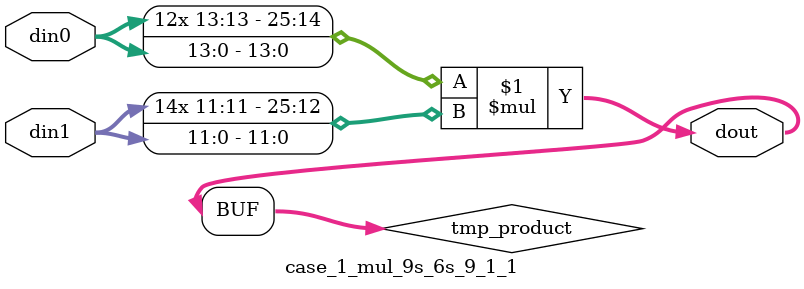
<source format=v>

`timescale 1 ns / 1 ps

 module case_1_mul_9s_6s_9_1_1(din0, din1, dout);
parameter ID = 1;
parameter NUM_STAGE = 0;
parameter din0_WIDTH = 14;
parameter din1_WIDTH = 12;
parameter dout_WIDTH = 26;

input [din0_WIDTH - 1 : 0] din0; 
input [din1_WIDTH - 1 : 0] din1; 
output [dout_WIDTH - 1 : 0] dout;

wire signed [dout_WIDTH - 1 : 0] tmp_product;



























assign tmp_product = $signed(din0) * $signed(din1);








assign dout = tmp_product;





















endmodule

</source>
